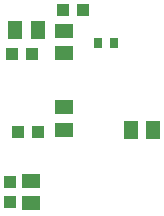
<source format=gbr>
%FSDAX24Y24*%
%MOIN*%
%SFA1B1*%

%IPPOS*%
%ADD10R,0.043300X0.039400*%
%ADD15R,0.059100X0.051200*%
%ADD16R,0.039400X0.043300*%
%ADD25R,0.031500X0.035400*%
%ADD26R,0.051200X0.059100*%
%LNde-120418_paste_bot-1*%
%LPD*%
G54D10*
X034515Y020250D03*
X035185D03*
X034315Y022850D03*
X034985D03*
X036015Y024300D03*
X036685D03*
G54D15*
X034950Y018624D03*
Y017876D03*
X036050Y020326D03*
Y021074D03*
Y023624D03*
Y022876D03*
G54D16*
X034250Y018585D03*
Y017915D03*
G54D25*
X037174Y023200D03*
X037726D03*
G54D26*
X039024Y020300D03*
X038276D03*
X035174Y023650D03*
X034426D03*
M02*
</source>
